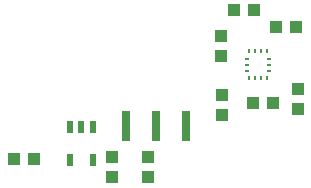
<source format=gtp>
G75*
%MOIN*%
%OFA0B0*%
%FSLAX25Y25*%
%IPPOS*%
%LPD*%
%AMOC8*
5,1,8,0,0,1.08239X$1,22.5*
%
%ADD10R,0.04331X0.03937*%
%ADD11R,0.03937X0.04331*%
%ADD12R,0.02165X0.04331*%
%ADD13R,0.02500X0.10000*%
%ADD14R,0.00984X0.01772*%
%ADD15R,0.01772X0.00984*%
D10*
X0035441Y0018187D03*
X0042134Y0018187D03*
X0115159Y0036887D03*
X0121851Y0036887D03*
X0122759Y0062087D03*
X0129451Y0062087D03*
X0115385Y0067787D03*
X0108692Y0067787D03*
D11*
X0104605Y0059134D03*
X0104605Y0052441D03*
X0130005Y0041434D03*
X0130005Y0034741D03*
X0104905Y0032841D03*
X0104905Y0039534D03*
X0080115Y0018904D03*
X0068272Y0018808D03*
X0068272Y0012116D03*
X0080115Y0012211D03*
D12*
X0061650Y0017660D03*
X0054170Y0017660D03*
X0054170Y0028683D03*
X0057910Y0028683D03*
X0061650Y0028683D03*
D13*
X0072905Y0029087D03*
X0082905Y0029087D03*
X0092905Y0029087D03*
D14*
X0113752Y0044961D03*
X0115721Y0044961D03*
X0117689Y0044961D03*
X0119658Y0044961D03*
X0119658Y0054213D03*
X0117689Y0054213D03*
X0115721Y0054213D03*
X0113752Y0054213D03*
D15*
X0113063Y0051556D03*
X0113063Y0049587D03*
X0113063Y0047619D03*
X0120347Y0047619D03*
X0120347Y0049587D03*
X0120347Y0051556D03*
M02*

</source>
